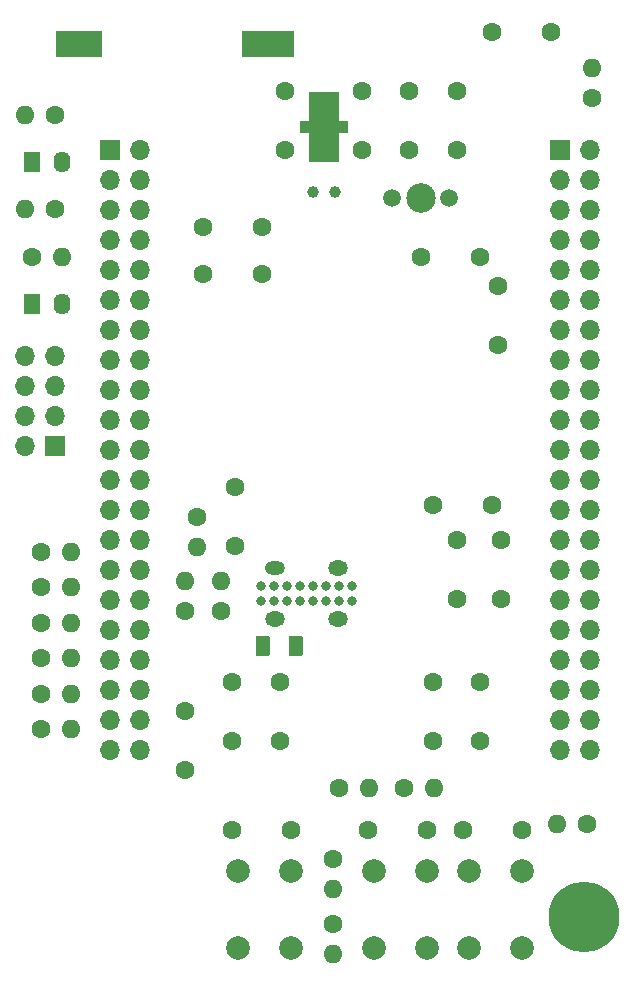
<source format=gts>
%TF.GenerationSoftware,KiCad,Pcbnew,8.0.6*%
%TF.CreationDate,2024-11-05T16:44:44+08:00*%
%TF.ProjectId,li-chuang-liang-shan-pai-tian-kong-xing-kai-fa-ban,6c692d63-6875-4616-9e67-2d6c69616e67,rev?*%
%TF.SameCoordinates,Original*%
%TF.FileFunction,Soldermask,Top*%
%TF.FilePolarity,Negative*%
%FSLAX46Y46*%
G04 Gerber Fmt 4.6, Leading zero omitted, Abs format (unit mm)*
G04 Created by KiCad (PCBNEW 8.0.6) date 2024-11-05 16:44:44*
%MOMM*%
%LPD*%
G01*
G04 APERTURE LIST*
G04 Aperture macros list*
%AMRoundRect*
0 Rectangle with rounded corners*
0 $1 Rounding radius*
0 $2 $3 $4 $5 $6 $7 $8 $9 X,Y pos of 4 corners*
0 Add a 4 corners polygon primitive as box body*
4,1,4,$2,$3,$4,$5,$6,$7,$8,$9,$2,$3,0*
0 Add four circle primitives for the rounded corners*
1,1,$1+$1,$2,$3*
1,1,$1+$1,$4,$5*
1,1,$1+$1,$6,$7*
1,1,$1+$1,$8,$9*
0 Add four rect primitives between the rounded corners*
20,1,$1+$1,$2,$3,$4,$5,0*
20,1,$1+$1,$4,$5,$6,$7,0*
20,1,$1+$1,$6,$7,$8,$9,0*
20,1,$1+$1,$8,$9,$2,$3,0*%
G04 Aperture macros list end*
%ADD10R,4.400000X2.300000*%
%ADD11R,4.000000X2.300000*%
%ADD12C,1.600000*%
%ADD13O,1.600000X1.600000*%
%ADD14C,2.000000*%
%ADD15R,1.700000X1.700000*%
%ADD16O,1.700000X1.700000*%
%ADD17R,1.400000X1.800000*%
%ADD18O,1.400000X1.800000*%
%ADD19C,0.800000*%
%ADD20O,1.700000X1.200000*%
%ADD21O,1.700000X1.300000*%
%ADD22C,1.000000*%
%ADD23R,1.000000X1.000000*%
%ADD24R,2.500000X6.000000*%
%ADD25RoundRect,0.250000X-0.375000X-0.625000X0.375000X-0.625000X0.375000X0.625000X-0.375000X0.625000X0*%
%ADD26C,1.500000*%
%ADD27C,2.500000*%
%ADD28C,6.000000*%
G04 APERTURE END LIST*
D10*
%TO.C,BT1*%
X93000000Y-71000000D03*
D11*
X77000000Y-71000000D03*
%TD*%
D12*
%TO.C,R7*%
X75000000Y-77000000D03*
D13*
X72460000Y-77000000D03*
%TD*%
D14*
%TO.C,SW2*%
X106500000Y-141000000D03*
X106500000Y-147500000D03*
X102000000Y-141000000D03*
X102000000Y-147500000D03*
%TD*%
D12*
%TO.C,R1*%
X73000000Y-89000000D03*
D13*
X75540000Y-89000000D03*
%TD*%
D15*
%TO.C,J2*%
X75000000Y-105000000D03*
D16*
X72460000Y-105000000D03*
X75000000Y-102460000D03*
X72460000Y-102460000D03*
X75000000Y-99920000D03*
X72460000Y-99920000D03*
X75000000Y-97380000D03*
X72460000Y-97380000D03*
%TD*%
D12*
%TO.C,R18*%
X73760000Y-123000000D03*
D13*
X76300000Y-123000000D03*
%TD*%
D12*
%TO.C,R12*%
X120430000Y-75535000D03*
D13*
X120430000Y-72995000D03*
%TD*%
D17*
%TO.C,LED1*%
X73000000Y-93000000D03*
D18*
X75540000Y-93000000D03*
%TD*%
D12*
%TO.C,C1*%
X90000000Y-125000000D03*
X90000000Y-130000000D03*
%TD*%
%TO.C,R6*%
X75000000Y-85000000D03*
D13*
X72460000Y-85000000D03*
%TD*%
D12*
%TO.C,C2*%
X94000000Y-125000000D03*
X94000000Y-130000000D03*
%TD*%
D15*
%TO.C,J5*%
X117780000Y-80000000D03*
D16*
X120320000Y-80000000D03*
X117780000Y-82540000D03*
X120320000Y-82540000D03*
X117780000Y-85080000D03*
X120320000Y-85080000D03*
X117780000Y-87620000D03*
X120320000Y-87620000D03*
X117780000Y-90160000D03*
X120320000Y-90160000D03*
X117780000Y-92700000D03*
X120320000Y-92700000D03*
X117780000Y-95240000D03*
X120320000Y-95240000D03*
X117780000Y-97780000D03*
X120320000Y-97780000D03*
X117780000Y-100320000D03*
X120320000Y-100320000D03*
X117780000Y-102860000D03*
X120320000Y-102860000D03*
X117780000Y-105400000D03*
X120320000Y-105400000D03*
X117780000Y-107940000D03*
X120320000Y-107940000D03*
X117780000Y-110480000D03*
X120320000Y-110480000D03*
X117780000Y-113020000D03*
X120320000Y-113020000D03*
X117780000Y-115560000D03*
X120320000Y-115560000D03*
X117780000Y-118100000D03*
X120320000Y-118100000D03*
X117780000Y-120640000D03*
X120320000Y-120640000D03*
X117780000Y-123180000D03*
X120320000Y-123180000D03*
X117780000Y-125720000D03*
X120320000Y-125720000D03*
X117780000Y-128260000D03*
X120320000Y-128260000D03*
X117780000Y-130800000D03*
X120320000Y-130800000D03*
%TD*%
D12*
%TO.C,C18*%
X101000000Y-80000000D03*
X101000000Y-75000000D03*
%TD*%
%TO.C,C19*%
X112000000Y-70000000D03*
X117000000Y-70000000D03*
%TD*%
%TO.C,R4*%
X87000000Y-111000000D03*
D13*
X87000000Y-113540000D03*
%TD*%
D12*
%TO.C,C9*%
X112500000Y-96500000D03*
X112500000Y-91500000D03*
%TD*%
%TO.C,C8*%
X107000000Y-110000000D03*
X112000000Y-110000000D03*
%TD*%
D19*
%TO.C,J1*%
X92400000Y-116875000D03*
X93500000Y-116875000D03*
X94600000Y-116875000D03*
X95700000Y-116875000D03*
X96800000Y-116875000D03*
X97900000Y-116875000D03*
X99000000Y-116875000D03*
X100100000Y-116875000D03*
X100100000Y-118125000D03*
X99000000Y-118125000D03*
X97900000Y-118125000D03*
X96800000Y-118125000D03*
X95700000Y-118125000D03*
X94600000Y-118125000D03*
X93500000Y-118125000D03*
X92400000Y-118125000D03*
D20*
X93580000Y-115350000D03*
D21*
X93580000Y-119650000D03*
X98920000Y-115350000D03*
X98920000Y-119650000D03*
%TD*%
D12*
%TO.C,C6*%
X92500000Y-90500000D03*
X87500000Y-90500000D03*
%TD*%
%TO.C,R9*%
X99000000Y-134000000D03*
D13*
X101540000Y-134000000D03*
%TD*%
D12*
%TO.C,C4*%
X111000000Y-125000000D03*
X111000000Y-130000000D03*
%TD*%
%TO.C,C10*%
X111000000Y-89000000D03*
X106000000Y-89000000D03*
%TD*%
%TO.C,C20*%
X86000000Y-127500000D03*
X86000000Y-132500000D03*
%TD*%
%TO.C,R11*%
X104500000Y-134000000D03*
D13*
X107040000Y-134000000D03*
%TD*%
D12*
%TO.C,C7*%
X90250000Y-108500000D03*
X90250000Y-113500000D03*
%TD*%
D22*
%TO.C,X2*%
X98700000Y-83500000D03*
X96800000Y-83500000D03*
D23*
X99250000Y-78000000D03*
D24*
X97750000Y-78000000D03*
D23*
X96250000Y-78000000D03*
%TD*%
D12*
%TO.C,R17*%
X73760000Y-120000000D03*
D13*
X76300000Y-120000000D03*
%TD*%
D12*
%TO.C,C5*%
X92500000Y-86500000D03*
X87500000Y-86500000D03*
%TD*%
D25*
%TO.C,F1*%
X92600000Y-122000000D03*
X95400000Y-122000000D03*
%TD*%
D14*
%TO.C,SW3*%
X110000000Y-147500000D03*
X110000000Y-141000000D03*
X114500000Y-147500000D03*
X114500000Y-141000000D03*
%TD*%
D12*
%TO.C,R13*%
X73760000Y-114000000D03*
D13*
X76300000Y-114000000D03*
%TD*%
D12*
%TO.C,C14*%
X114500000Y-137500000D03*
X109500000Y-137500000D03*
%TD*%
D15*
%TO.C,J4*%
X79680000Y-80000000D03*
D16*
X82220000Y-80000000D03*
X79680000Y-82540000D03*
X82220000Y-82540000D03*
X79680000Y-85080000D03*
X82220000Y-85080000D03*
X79680000Y-87620000D03*
X82220000Y-87620000D03*
X79680000Y-90160000D03*
X82220000Y-90160000D03*
X79680000Y-92700000D03*
X82220000Y-92700000D03*
X79680000Y-95240000D03*
X82220000Y-95240000D03*
X79680000Y-97780000D03*
X82220000Y-97780000D03*
X79680000Y-100320000D03*
X82220000Y-100320000D03*
X79680000Y-102860000D03*
X82220000Y-102860000D03*
X79680000Y-105400000D03*
X82220000Y-105400000D03*
X79680000Y-107940000D03*
X82220000Y-107940000D03*
X79680000Y-110480000D03*
X82220000Y-110480000D03*
X79680000Y-113020000D03*
X82220000Y-113020000D03*
X79680000Y-115560000D03*
X82220000Y-115560000D03*
X79680000Y-118100000D03*
X82220000Y-118100000D03*
X79680000Y-120640000D03*
X82220000Y-120640000D03*
X79680000Y-123180000D03*
X82220000Y-123180000D03*
X79680000Y-125720000D03*
X82220000Y-125720000D03*
X79680000Y-128260000D03*
X82220000Y-128260000D03*
X79680000Y-130800000D03*
X82220000Y-130800000D03*
%TD*%
D26*
%TO.C,X1*%
X103500000Y-84000000D03*
D27*
X105940000Y-84000000D03*
D26*
X108380000Y-84000000D03*
%TD*%
D12*
%TO.C,C12*%
X90000000Y-137500000D03*
X95000000Y-137500000D03*
%TD*%
%TO.C,C13*%
X101500000Y-137500000D03*
X106500000Y-137500000D03*
%TD*%
%TO.C,R15*%
X73760000Y-129000000D03*
D13*
X76300000Y-129000000D03*
%TD*%
D14*
%TO.C,SW1*%
X95000000Y-141000000D03*
X95000000Y-147500000D03*
X90500000Y-141000000D03*
X90500000Y-147500000D03*
%TD*%
D12*
%TO.C,R8*%
X98500000Y-140000000D03*
D13*
X98500000Y-142540000D03*
%TD*%
D12*
%TO.C,R16*%
X73760000Y-117000000D03*
D13*
X76300000Y-117000000D03*
%TD*%
D12*
%TO.C,C17*%
X94500000Y-80000000D03*
X94500000Y-75000000D03*
%TD*%
%TO.C,C16*%
X109000000Y-80000000D03*
X109000000Y-75000000D03*
%TD*%
%TO.C,C22*%
X112750000Y-113000000D03*
X112750000Y-118000000D03*
%TD*%
%TO.C,R3*%
X89000000Y-119000000D03*
D13*
X89000000Y-116460000D03*
%TD*%
D12*
%TO.C,C15*%
X105000000Y-80000000D03*
X105000000Y-75000000D03*
%TD*%
D17*
%TO.C,LED2*%
X73000000Y-81000000D03*
D18*
X75540000Y-81000000D03*
%TD*%
D12*
%TO.C,R10*%
X98500000Y-145500000D03*
D13*
X98500000Y-148040000D03*
%TD*%
D12*
%TO.C,C3*%
X107000000Y-125000000D03*
X107000000Y-130000000D03*
%TD*%
D28*
%TO.C,H1*%
X119760000Y-144910000D03*
%TD*%
D12*
%TO.C,R2*%
X86000000Y-119000000D03*
D13*
X86000000Y-116460000D03*
%TD*%
D12*
%TO.C,R14*%
X73760000Y-125995200D03*
D13*
X76300000Y-125995200D03*
%TD*%
D12*
%TO.C,C24*%
X109000000Y-113000000D03*
X109000000Y-118000000D03*
%TD*%
%TO.C,R5*%
X120000000Y-137000000D03*
D13*
X117460000Y-137000000D03*
%TD*%
M02*

</source>
